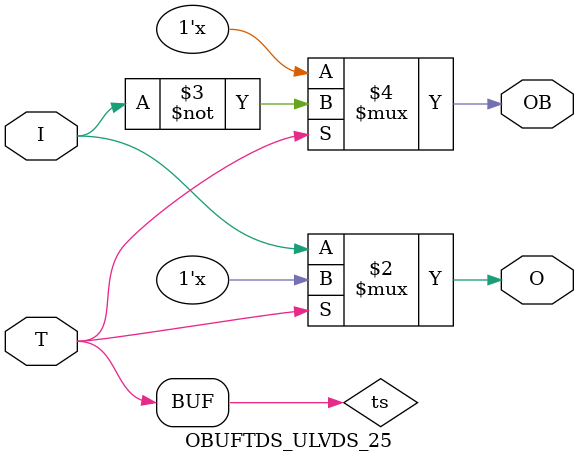
<source format=v>

/*

FUNCTION    : TRI-STATE OUTPUT BUFFER

*/

`celldefine
`timescale  100 ps / 10 ps

module OBUFTDS_ULVDS_25 (O, OB, I, T);

    output O, OB;

    input  I, T;

    or O1 (ts, 1'b0, T);
    bufif0 B1 (O, I, ts);
    notif0 N1 (OB, I, ts);

endmodule

</source>
